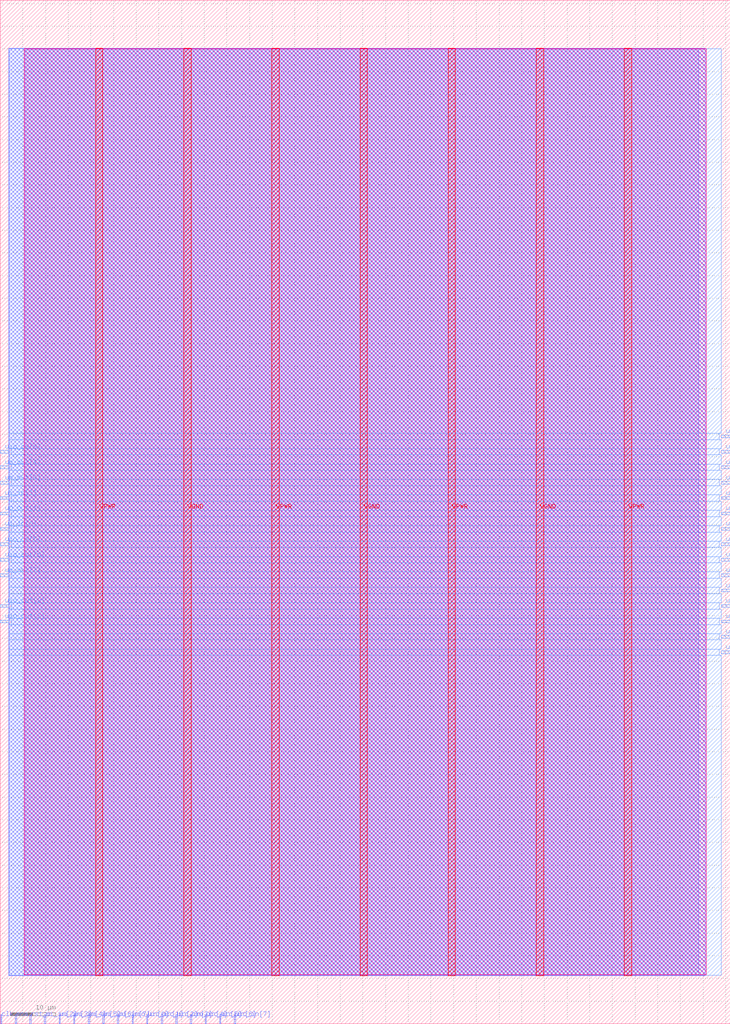
<source format=lef>
VERSION 5.7 ;
  NOWIREEXTENSIONATPIN ON ;
  DIVIDERCHAR "/" ;
  BUSBITCHARS "[]" ;
MACRO tt_um_test_digiota
  CLASS BLOCK ;
  FOREIGN tt_um_test_digiota ;
  ORIGIN 0.000 0.000 ;
  SIZE 161.000 BY 225.760 ;
  PIN VGND
    DIRECTION INOUT ;
    USE GROUND ;
    PORT
      LAYER met4 ;
        RECT 40.475 10.640 42.075 215.120 ;
    END
    PORT
      LAYER met4 ;
        RECT 79.345 10.640 80.945 215.120 ;
    END
    PORT
      LAYER met4 ;
        RECT 118.215 10.640 119.815 215.120 ;
    END
  END VGND
  PIN VPWR
    DIRECTION INOUT ;
    USE POWER ;
    PORT
      LAYER met4 ;
        RECT 21.040 10.640 22.640 215.120 ;
    END
    PORT
      LAYER met4 ;
        RECT 59.910 10.640 61.510 215.120 ;
    END
    PORT
      LAYER met4 ;
        RECT 98.780 10.640 100.380 215.120 ;
    END
    PORT
      LAYER met4 ;
        RECT 137.650 10.640 139.250 215.120 ;
    END
  END VPWR
  PIN clk
    DIRECTION INPUT ;
    USE SIGNAL ;
    PORT
      LAYER met2 ;
        RECT 0.090 0.000 0.370 2.000 ;
    END
  END clk
  PIN ena
    DIRECTION INPUT ;
    USE SIGNAL ;
    PORT
      LAYER met2 ;
        RECT 3.310 0.000 3.590 2.000 ;
    END
  END ena
  PIN rst_n
    DIRECTION INPUT ;
    USE SIGNAL ;
    PORT
      LAYER met2 ;
        RECT 6.530 0.000 6.810 2.000 ;
    END
  END rst_n
  PIN ui_in[0]
    DIRECTION INPUT ;
    USE SIGNAL ;
    ANTENNAGATEAREA 0.126000 ;
    PORT
      LAYER met3 ;
        RECT 0.000 108.840 2.000 109.440 ;
    END
  END ui_in[0]
  PIN ui_in[1]
    DIRECTION INPUT ;
    USE SIGNAL ;
    ANTENNAGATEAREA 0.196500 ;
    PORT
      LAYER met3 ;
        RECT 0.000 115.640 2.000 116.240 ;
    END
  END ui_in[1]
  PIN ui_in[2]
    DIRECTION INPUT ;
    USE SIGNAL ;
    PORT
      LAYER met2 ;
        RECT 9.750 0.000 10.030 2.000 ;
    END
  END ui_in[2]
  PIN ui_in[3]
    DIRECTION INPUT ;
    USE SIGNAL ;
    PORT
      LAYER met2 ;
        RECT 12.970 0.000 13.250 2.000 ;
    END
  END ui_in[3]
  PIN ui_in[4]
    DIRECTION INPUT ;
    USE SIGNAL ;
    PORT
      LAYER met2 ;
        RECT 16.190 0.000 16.470 2.000 ;
    END
  END ui_in[4]
  PIN ui_in[5]
    DIRECTION INPUT ;
    USE SIGNAL ;
    PORT
      LAYER met2 ;
        RECT 19.410 0.000 19.690 2.000 ;
    END
  END ui_in[5]
  PIN ui_in[6]
    DIRECTION INPUT ;
    USE SIGNAL ;
    PORT
      LAYER met2 ;
        RECT 22.630 0.000 22.910 2.000 ;
    END
  END ui_in[6]
  PIN ui_in[7]
    DIRECTION INPUT ;
    USE SIGNAL ;
    PORT
      LAYER met2 ;
        RECT 25.850 0.000 26.130 2.000 ;
    END
  END ui_in[7]
  PIN uio_in[0]
    DIRECTION INPUT ;
    USE SIGNAL ;
    PORT
      LAYER met2 ;
        RECT 29.070 0.000 29.350 2.000 ;
    END
  END uio_in[0]
  PIN uio_in[1]
    DIRECTION INPUT ;
    USE SIGNAL ;
    PORT
      LAYER met2 ;
        RECT 32.290 0.000 32.570 2.000 ;
    END
  END uio_in[1]
  PIN uio_in[2]
    DIRECTION INPUT ;
    USE SIGNAL ;
    PORT
      LAYER met2 ;
        RECT 35.510 0.000 35.790 2.000 ;
    END
  END uio_in[2]
  PIN uio_in[3]
    DIRECTION INPUT ;
    USE SIGNAL ;
    PORT
      LAYER met2 ;
        RECT 38.730 0.000 39.010 2.000 ;
    END
  END uio_in[3]
  PIN uio_in[4]
    DIRECTION INPUT ;
    USE SIGNAL ;
    PORT
      LAYER met2 ;
        RECT 41.950 0.000 42.230 2.000 ;
    END
  END uio_in[4]
  PIN uio_in[5]
    DIRECTION INPUT ;
    USE SIGNAL ;
    PORT
      LAYER met2 ;
        RECT 45.170 0.000 45.450 2.000 ;
    END
  END uio_in[5]
  PIN uio_in[6]
    DIRECTION INPUT ;
    USE SIGNAL ;
    PORT
      LAYER met2 ;
        RECT 48.390 0.000 48.670 2.000 ;
    END
  END uio_in[6]
  PIN uio_in[7]
    DIRECTION INPUT ;
    USE SIGNAL ;
    PORT
      LAYER met2 ;
        RECT 51.610 0.000 51.890 2.000 ;
    END
  END uio_in[7]
  PIN uio_oe[0]
    DIRECTION OUTPUT ;
    USE SIGNAL ;
    PORT
      LAYER met3 ;
        RECT 0.000 125.840 2.000 126.440 ;
    END
  END uio_oe[0]
  PIN uio_oe[1]
    DIRECTION OUTPUT ;
    USE SIGNAL ;
    PORT
      LAYER met3 ;
        RECT 159.000 105.440 161.000 106.040 ;
    END
  END uio_oe[1]
  PIN uio_oe[2]
    DIRECTION OUTPUT ;
    USE SIGNAL ;
    PORT
      LAYER met3 ;
        RECT 159.000 95.240 161.000 95.840 ;
    END
  END uio_oe[2]
  PIN uio_oe[3]
    DIRECTION OUTPUT ;
    USE SIGNAL ;
    PORT
      LAYER met3 ;
        RECT 159.000 129.240 161.000 129.840 ;
    END
  END uio_oe[3]
  PIN uio_oe[4]
    DIRECTION OUTPUT ;
    USE SIGNAL ;
    PORT
      LAYER met3 ;
        RECT 159.000 115.640 161.000 116.240 ;
    END
  END uio_oe[4]
  PIN uio_oe[5]
    DIRECTION OUTPUT ;
    USE SIGNAL ;
    PORT
      LAYER met3 ;
        RECT 0.000 105.440 2.000 106.040 ;
    END
  END uio_oe[5]
  PIN uio_oe[6]
    DIRECTION OUTPUT ;
    USE SIGNAL ;
    PORT
      LAYER met3 ;
        RECT 159.000 81.640 161.000 82.240 ;
    END
  END uio_oe[6]
  PIN uio_oe[7]
    DIRECTION OUTPUT ;
    USE SIGNAL ;
    PORT
      LAYER met3 ;
        RECT 159.000 102.040 161.000 102.640 ;
    END
  END uio_oe[7]
  PIN uio_out[0]
    DIRECTION OUTPUT ;
    USE SIGNAL ;
    PORT
      LAYER met3 ;
        RECT 159.000 119.040 161.000 119.640 ;
    END
  END uio_out[0]
  PIN uio_out[1]
    DIRECTION OUTPUT ;
    USE SIGNAL ;
    PORT
      LAYER met3 ;
        RECT 159.000 85.040 161.000 85.640 ;
    END
  END uio_out[1]
  PIN uio_out[2]
    DIRECTION OUTPUT ;
    USE SIGNAL ;
    PORT
      LAYER met3 ;
        RECT 0.000 91.840 2.000 92.440 ;
    END
  END uio_out[2]
  PIN uio_out[3]
    DIRECTION OUTPUT ;
    USE SIGNAL ;
    PORT
      LAYER met3 ;
        RECT 0.000 88.440 2.000 89.040 ;
    END
  END uio_out[3]
  PIN uio_out[4]
    DIRECTION OUTPUT ;
    USE SIGNAL ;
    PORT
      LAYER met3 ;
        RECT 159.000 112.240 161.000 112.840 ;
    END
  END uio_out[4]
  PIN uio_out[5]
    DIRECTION OUTPUT ;
    USE SIGNAL ;
    PORT
      LAYER met3 ;
        RECT 159.000 91.840 161.000 92.440 ;
    END
  END uio_out[5]
  PIN uio_out[6]
    DIRECTION OUTPUT ;
    USE SIGNAL ;
    PORT
      LAYER met3 ;
        RECT 0.000 102.040 2.000 102.640 ;
    END
  END uio_out[6]
  PIN uio_out[7]
    DIRECTION OUTPUT ;
    USE SIGNAL ;
    PORT
      LAYER met3 ;
        RECT 159.000 98.640 161.000 99.240 ;
    END
  END uio_out[7]
  PIN uo_out[0]
    DIRECTION OUTPUT ;
    USE SIGNAL ;
    ANTENNADIFFAREA 0.445500 ;
    PORT
      LAYER met3 ;
        RECT 0.000 119.040 2.000 119.640 ;
    END
  END uo_out[0]
  PIN uo_out[1]
    DIRECTION OUTPUT ;
    USE SIGNAL ;
    PORT
      LAYER met3 ;
        RECT 0.000 112.240 2.000 112.840 ;
    END
  END uo_out[1]
  PIN uo_out[2]
    DIRECTION OUTPUT ;
    USE SIGNAL ;
    PORT
      LAYER met3 ;
        RECT 0.000 98.640 2.000 99.240 ;
    END
  END uo_out[2]
  PIN uo_out[3]
    DIRECTION OUTPUT ;
    USE SIGNAL ;
    PORT
      LAYER met3 ;
        RECT 159.000 88.440 161.000 89.040 ;
    END
  END uo_out[3]
  PIN uo_out[4]
    DIRECTION OUTPUT ;
    USE SIGNAL ;
    PORT
      LAYER met3 ;
        RECT 0.000 122.440 2.000 123.040 ;
    END
  END uo_out[4]
  PIN uo_out[5]
    DIRECTION OUTPUT ;
    USE SIGNAL ;
    PORT
      LAYER met3 ;
        RECT 159.000 122.440 161.000 123.040 ;
    END
  END uo_out[5]
  PIN uo_out[6]
    DIRECTION OUTPUT ;
    USE SIGNAL ;
    PORT
      LAYER met3 ;
        RECT 159.000 125.840 161.000 126.440 ;
    END
  END uo_out[6]
  PIN uo_out[7]
    DIRECTION OUTPUT ;
    USE SIGNAL ;
    PORT
      LAYER met3 ;
        RECT 159.000 108.840 161.000 109.440 ;
    END
  END uo_out[7]
  OBS
      LAYER nwell ;
        RECT 5.330 10.795 155.670 215.070 ;
      LAYER li1 ;
        RECT 5.520 10.795 155.480 214.965 ;
      LAYER met1 ;
        RECT 1.910 10.640 155.480 215.120 ;
      LAYER met2 ;
        RECT 1.930 10.695 154.010 215.065 ;
      LAYER met3 ;
        RECT 2.000 130.240 159.000 215.045 ;
        RECT 2.000 128.840 158.600 130.240 ;
        RECT 2.000 126.840 159.000 128.840 ;
        RECT 2.400 125.440 158.600 126.840 ;
        RECT 2.000 123.440 159.000 125.440 ;
        RECT 2.400 122.040 158.600 123.440 ;
        RECT 2.000 120.040 159.000 122.040 ;
        RECT 2.400 118.640 158.600 120.040 ;
        RECT 2.000 116.640 159.000 118.640 ;
        RECT 2.400 115.240 158.600 116.640 ;
        RECT 2.000 113.240 159.000 115.240 ;
        RECT 2.400 111.840 158.600 113.240 ;
        RECT 2.000 109.840 159.000 111.840 ;
        RECT 2.400 108.440 158.600 109.840 ;
        RECT 2.000 106.440 159.000 108.440 ;
        RECT 2.400 105.040 158.600 106.440 ;
        RECT 2.000 103.040 159.000 105.040 ;
        RECT 2.400 101.640 158.600 103.040 ;
        RECT 2.000 99.640 159.000 101.640 ;
        RECT 2.400 98.240 158.600 99.640 ;
        RECT 2.000 96.240 159.000 98.240 ;
        RECT 2.000 94.840 158.600 96.240 ;
        RECT 2.000 92.840 159.000 94.840 ;
        RECT 2.400 91.440 158.600 92.840 ;
        RECT 2.000 89.440 159.000 91.440 ;
        RECT 2.400 88.040 158.600 89.440 ;
        RECT 2.000 86.040 159.000 88.040 ;
        RECT 2.000 84.640 158.600 86.040 ;
        RECT 2.000 82.640 159.000 84.640 ;
        RECT 2.000 81.240 158.600 82.640 ;
        RECT 2.000 10.715 159.000 81.240 ;
  END
END tt_um_test_digiota
END LIBRARY


</source>
